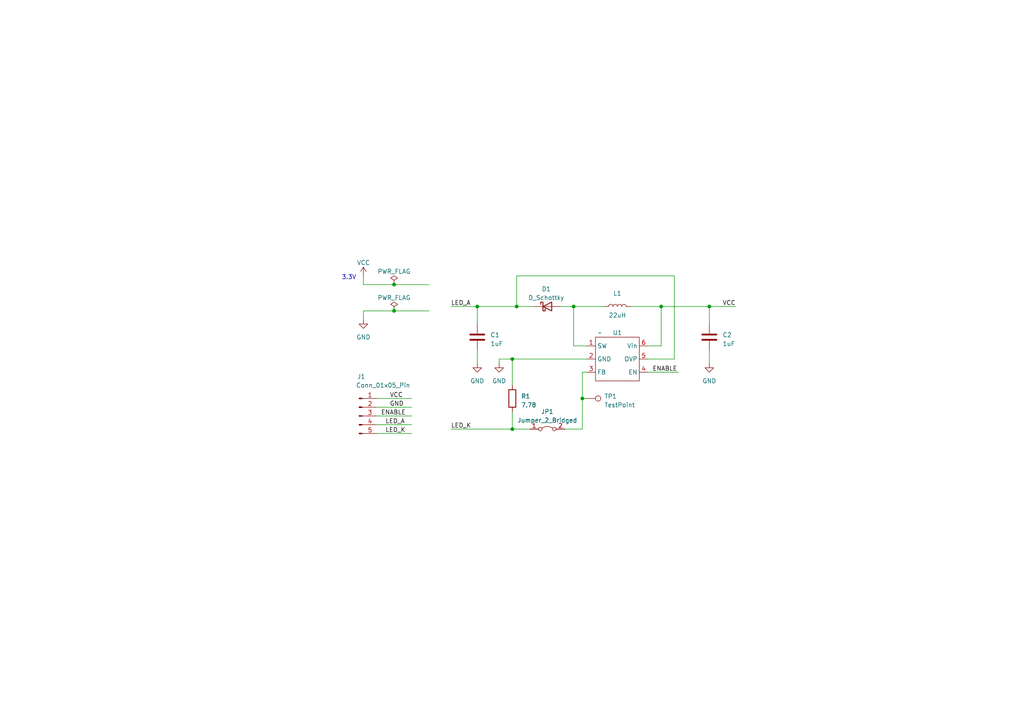
<source format=kicad_sch>
(kicad_sch (version 20230121) (generator eeschema)
  (paper "A4")
  (lib_symbols
    (symbol "Connector:Conn_01x05_Pin" (pin_names (offset 1.016) hide)
      (property "Reference" "J" (at 0 7.62 0))
      (property "Value" "Conn_01x05_Pin" (at 0 -7.62 0))
      (symbol "Conn_01x05_Pin_1_1"
        (polyline (pts (xy 1.27 -5.08) (xy 0.8636 -5.08)) (stroke (width 0.1524)))
        (polyline (pts (xy 1.27 -2.54) (xy 0.8636 -2.54)) (stroke (width 0.1524)))
        (polyline (pts (xy 1.27 0) (xy 0.8636 0)) (stroke (width 0.1524)))
        (polyline (pts (xy 1.27 2.54) (xy 0.8636 2.54)) (stroke (width 0.1524)))
        (polyline (pts (xy 1.27 5.08) (xy 0.8636 5.08)) (stroke (width 0.1524)))
        (rectangle (start 0.8636 -4.953) (end 0 -5.207) (stroke (width 0.1524)) (fill (type outline)))
        (rectangle (start 0.8636 -2.413) (end 0 -2.667) (stroke (width 0.1524)) (fill (type outline)))
        (rectangle (start 0.8636 0.127) (end 0 -0.127) (stroke (width 0.1524)) (fill (type outline)))
        (rectangle (start 0.8636 2.667) (end 0 2.413) (stroke (width 0.1524)) (fill (type outline)))
        (rectangle (start 0.8636 5.207) (end 0 4.953) (stroke (width 0.1524)) (fill (type outline)))
        (pin passive line (at 5.08 5.08 180) (length 3.81) (name "Pin_1") (number "1"))
        (pin passive line (at 5.08 2.54 180) (length 3.81) (name "Pin_2") (number "2"))
        (pin passive line (at 5.08 0 180) (length 3.81) (name "Pin_3") (number "3"))
        (pin passive line (at 5.08 -2.54 180) (length 3.81) (name "Pin_4") (number "4"))
        (pin passive line (at 5.08 -5.08 180) (length 3.81) (name "Pin_5") (number "5"))
      )
    )
    (symbol "Connector:TestPoint" (pin_numbers hide) (pin_names (offset 0.762) hide)
      (property "Reference" "TP" (at 0 6.858 0))
      (property "Value" "TestPoint" (at 0 5.08 0))
      (symbol "TestPoint_0_1"
        (circle (center 0 3.302) (radius 0.762))
      )
      (symbol "TestPoint_1_1"
        (pin passive line (at 0 0 90) (length 2.54) (name "1") (number "1"))
      )
    )
    (symbol "Device:C" (pin_numbers hide) (pin_names (offset 0.254))
      (property "Reference" "C" (at 0.635 2.54 0))
      (property "Value" "C" (at 0.635 -2.54 0))
      (symbol "C_0_1"
        (polyline (pts (xy -2.032 -0.762) (xy 2.032 -0.762)) (stroke (width 0.508)))
        (polyline (pts (xy -2.032 0.762) (xy 2.032 0.762)) (stroke (width 0.508)))
      )
      (symbol "C_1_1"
        (pin passive line (at 0 3.81 270) (length 2.794) (name "~") (number "1"))
        (pin passive line (at 0 -3.81 90) (length 2.794) (name "~") (number "2"))
      )
    )
    (symbol "Device:D_Schottky" (pin_numbers hide) (pin_names (offset 1.016) hide)
      (property "Reference" "D" (at 0 2.54 0))
      (property "Value" "D_Schottky" (at 0 -2.54 0))
      (symbol "D_Schottky_0_1"
        (polyline (pts (xy 1.27 0) (xy -1.27 0)))
        (polyline (pts (xy 1.27 1.27) (xy 1.27 -1.27) (xy -1.27 0) (xy 1.27 1.27)) (stroke (width 0.254)))
        (polyline (pts (xy -1.905 0.635) (xy -1.905 1.27) (xy -1.27 1.27) (xy -1.27 -1.27) (xy -0.635 -1.27) (xy -0.635 -0.635)) (stroke (width 0.254)))
      )
      (symbol "D_Schottky_1_1"
        (pin passive line (at -3.81 0 0) (length 2.54) (name "K") (number "1"))
        (pin passive line (at 3.81 0 180) (length 2.54) (name "A") (number "2"))
      )
    )
    (symbol "Device:L" (pin_numbers hide) (pin_names (offset 1.016) hide)
      (property "Reference" "L" (at -1.27 0 90))
      (property "Value" "L" (at 1.905 0 90))
      (symbol "L_0_1"
        (arc (start 0 -2.54) (mid 0.6323 -1.905) (end 0 -1.27))
        (arc (start 0 -1.27) (mid 0.6323 -0.635) (end 0 0))
        (arc (start 0 0) (mid 0.6323 0.635) (end 0 1.27))
        (arc (start 0 1.27) (mid 0.6323 1.905) (end 0 2.54))
      )
      (symbol "L_1_1"
        (pin passive line (at 0 3.81 270) (length 1.27) (name "1") (number "1"))
        (pin passive line (at 0 -3.81 90) (length 1.27) (name "2") (number "2"))
      )
    )
    (symbol "Device:R" (pin_numbers hide) (pin_names (offset 0))
      (property "Reference" "R" (at 2.032 0 90))
      (property "Value" "R" (at 0 0 90))
      (symbol "R_0_1"
        (rectangle (start -1.016 -2.54) (end 1.016 2.54) (stroke (width 0.254)))
      )
      (symbol "R_1_1"
        (pin passive line (at 0 3.81 270) (length 1.27) (name "~") (number "1"))
        (pin passive line (at 0 -3.81 90) (length 1.27) (name "~") (number "2"))
      )
    )
    (symbol "Jumper:Jumper_2_Bridged" (pin_names (offset 0) hide)
      (property "Reference" "JP" (at 0 1.905 0))
      (property "Value" "Jumper_2_Bridged" (at 0 -2.54 0))
      (symbol "Jumper_2_Bridged_0_0"
        (circle (center -2.032 0) (radius 0.508))
        (circle (center 2.032 0) (radius 0.508))
      )
      (symbol "Jumper_2_Bridged_0_1"
        (arc (start 1.524 0.254) (mid 0 0.762) (end -1.524 0.254))
      )
      (symbol "Jumper_2_Bridged_1_1"
        (pin passive line (at -5.08 0 0) (length 2.54) (name "A") (number "1"))
        (pin passive line (at 5.08 0 180) (length 2.54) (name "B") (number "2"))
      )
    )
    (symbol "power:GND" (power) (pin_names (offset 0))
      (property "Value" "GND" (at 0 -3.81 0))
      (symbol "GND_0_1"
        (polyline (pts (xy 0 0) (xy 0 -1.27) (xy 1.27 -1.27) (xy 0 -2.54) (xy -1.27 -1.27) (xy 0 -1.27)))
      )
      (symbol "GND_1_1"
        (pin power_in line (at 0 0 270) (length 0) hide (name "GND") (number "1"))
      )
    )
    (symbol "power:PWR_FLAG" (power) (pin_numbers hide) (pin_names (offset 0) hide)
      (property "Value" "PWR_FLAG" (at 0 3.81 0))
      (symbol "PWR_FLAG_0_0"
        (pin power_out line (at 0 0 90) (length 0) (name "pwr") (number "1"))
      )
      (symbol "PWR_FLAG_0_1"
        (polyline (pts (xy 0 0) (xy 0 1.27) (xy -1.016 1.905) (xy 0 2.54) (xy 1.016 1.905) (xy 0 1.27)))
      )
    )
    (symbol "power:VCC" (power) (pin_names (offset 0))
      (property "Value" "VCC" (at 0 3.81 0))
      (symbol "VCC_0_1"
        (polyline (pts (xy -0.762 1.27) (xy 0 2.54)))
        (polyline (pts (xy 0 0) (xy 0 2.54)))
        (polyline (pts (xy 0 2.54) (xy 0.762 1.27)))
      )
      (symbol "VCC_1_1"
        (pin power_in line (at 0 0 90) (length 0) hide (name "VCC") (number "1"))
      )
    )
    (symbol "project:ap5726"
      (property "Reference" "U" (at 0 0 0))
      (symbol "ap5726_0_1"
        (rectangle (start -1.27 -1.27) (end 11.43 -13.97))
      )
      (symbol "ap5726_1_1"
        (pin input line (at -3.81 -3.81 0) (length 2.54) (name "SW") (number "1"))
        (pin power_in line (at -3.81 -7.62 0) (length 2.54) (name "GND") (number "2"))
        (pin input line (at -3.81 -11.43 0) (length 2.54) (name "FB") (number "3"))
        (pin input line (at 13.97 -11.43 180) (length 2.54) (name "EN") (number "4"))
        (pin input line (at 13.97 -7.62 180) (length 2.54) (name "OVP") (number "5"))
        (pin power_in line (at 13.97 -3.81 180) (length 2.54) (name "Vin") (number "6"))
      )
    )
  )
  (junction (at 114.3 90.17))
  (junction (at 149.86 88.9))
  (junction (at 205.74 88.9))
  (junction (at 114.3 82.55))
  (junction (at 148.59 104.14))
  (junction (at 138.43 88.9))
  (junction (at 168.91 115.57))
  (junction (at 148.59 124.46))
  (junction (at 191.77 88.9))
  (junction (at 166.37 88.9))
  (wire (pts (xy 187.96 104.14) (xy 195.58 104.14)))
  (wire (pts (xy 166.37 88.9) (xy 175.26 88.9)))
  (wire (pts (xy 109.22 125.73) (xy 119.38 125.73)))
  (wire (pts (xy 195.58 80.01) (xy 149.86 80.01)))
  (wire (pts (xy 109.22 120.65) (xy 119.38 120.65)))
  (wire (pts (xy 130.81 124.46) (xy 148.59 124.46)))
  (wire (pts (xy 105.41 92.71) (xy 105.41 90.17)))
  (wire (pts (xy 105.41 82.55) (xy 114.3 82.55)))
  (wire (pts (xy 191.77 88.9) (xy 205.74 88.9)))
  (wire (pts (xy 109.22 115.57) (xy 119.38 115.57)))
  (wire (pts (xy 105.41 90.17) (xy 114.3 90.17)))
  (wire (pts (xy 168.91 115.57) (xy 168.91 124.46)))
  (wire (pts (xy 138.43 88.9) (xy 138.43 93.98)))
  (wire (pts (xy 138.43 101.6) (xy 138.43 105.41)))
  (wire (pts (xy 166.37 88.9) (xy 166.37 100.33)))
  (wire (pts (xy 170.18 107.95) (xy 168.91 107.95)))
  (wire (pts (xy 144.78 104.14) (xy 148.59 104.14)))
  (wire (pts (xy 182.88 88.9) (xy 191.77 88.9)))
  (wire (pts (xy 191.77 100.33) (xy 191.77 88.9)))
  (wire (pts (xy 114.3 82.55) (xy 124.46 82.55)))
  (wire (pts (xy 195.58 104.14) (xy 195.58 80.01)))
  (wire (pts (xy 109.22 118.11) (xy 119.38 118.11)))
  (wire (pts (xy 109.22 123.19) (xy 119.38 123.19)))
  (wire (pts (xy 144.78 104.14) (xy 144.78 105.41)))
  (wire (pts (xy 187.96 107.95) (xy 196.85 107.95)))
  (wire (pts (xy 148.59 124.46) (xy 153.67 124.46)))
  (wire (pts (xy 170.18 100.33) (xy 166.37 100.33)))
  (wire (pts (xy 168.91 107.95) (xy 168.91 115.57)))
  (wire (pts (xy 148.59 104.14) (xy 170.18 104.14)))
  (wire (pts (xy 205.74 101.6) (xy 205.74 105.41)))
  (wire (pts (xy 138.43 88.9) (xy 149.86 88.9)))
  (wire (pts (xy 105.41 80.01) (xy 105.41 82.55)))
  (wire (pts (xy 148.59 104.14) (xy 148.59 111.76)))
  (wire (pts (xy 205.74 88.9) (xy 213.36 88.9)))
  (wire (pts (xy 205.74 88.9) (xy 205.74 93.98)))
  (wire (pts (xy 163.83 124.46) (xy 168.91 124.46)))
  (wire (pts (xy 114.3 90.17) (xy 114.3 88.9)))
  (wire (pts (xy 148.59 119.38) (xy 148.59 124.46)))
  (wire (pts (xy 114.3 90.17) (xy 124.46 90.17)))
  (wire (pts (xy 162.56 88.9) (xy 166.37 88.9)))
  (wire (pts (xy 149.86 80.01) (xy 149.86 88.9)))
  (wire (pts (xy 187.96 100.33) (xy 191.77 100.33)))
  (wire (pts (xy 168.91 115.57) (xy 170.18 115.57)))
  (wire (pts (xy 130.81 88.9) (xy 138.43 88.9)))
  (wire (pts (xy 149.86 88.9) (xy 154.94 88.9)))
  (text "3.3V" (at 99.06 81.28 0) (effects (font (size 1.27 1.27)) (justify left bottom)))
  (label "ENABLE" (at 189.23 107.95 0))
  (label "ENABLE" (at 110.49 120.65 0))
  (label "LED_A" (at 130.81 88.9 0))
  (label "VCC" (at 113.03 115.57 0))
  (label "VCC" (at 209.55 88.9 0))
  (label "LED_K" (at 130.81 124.46 0))
  (label "LED_A" (at 111.76 123.19 0))
  (label "LED_K" (at 111.76 125.73 0))
  (label "GND" (at 113.03 118.11 0))
  (symbol (lib_id "Device:D_Schottky") (at 158.75 88.9 0) (unit 1)
    (property "Reference" "D1" (at 158.4325 83.82 0))
    (property "Value" "D_Schottky" (at 158.4325 86.36 0))
    (property "Footprint" "Diode_SMD:D_SOD-123" (effects hide))
  )
  (symbol (lib_id "power:GND") (at 138.43 105.41 0) (unit 1)
    (property "Reference" "#PWR08" (effects hide))
    (property "Value" "GND" (at 138.43 110.49 0))
  )
  (symbol (lib_id "Device:L") (at 179.07 88.9 90) (unit 1)
    (property "Reference" "L1" (at 179.07 85.09 90))
    (property "Value" "22uH" (at 179.07 91.44 90))
    (property "Footprint" "project:lqh44pn220mprl" (effects hide))
  )
  (symbol (lib_id "Device:C") (at 138.43 97.79 0) (unit 1)
    (property "Reference" "C1" (at 142.24 97.155 0) (effects (justify left)))
    (property "Value" "1uF" (at 142.24 99.695 0) (effects (justify left)))
    (property "Footprint" "Capacitor_SMD:C_0805_2012Metric" (effects hide))
  )
  (symbol (lib_id "power:GND") (at 105.41 92.71 0) (unit 1)
    (property "Reference" "#PWR03" (effects hide))
    (property "Value" "GND" (at 105.41 97.79 0))
  )
  (symbol (lib_id "power:GND") (at 144.78 105.41 0) (unit 1)
    (property "Reference" "#PWR09" (effects hide))
    (property "Value" "GND" (at 144.78 110.49 0))
  )
  (symbol (lib_id "Connector:TestPoint") (at 170.18 115.57 270) (unit 1)
    (property "Reference" "TP1" (at 175.26 114.935 90) (effects (justify left)))
    (property "Value" "TestPoint" (at 175.26 117.475 90) (effects (justify left)))
    (property "Footprint" "TestPoint:TestPoint_THTPad_D2.0mm_Drill1.0mm" (effects hide))
  )
  (symbol (lib_id "Jumper:Jumper_2_Bridged") (at 158.75 124.46 0) (unit 1)
    (property "Reference" "JP1" (at 158.75 119.38 0))
    (property "Value" "Jumper_2_Bridged" (at 158.75 121.92 0))
    (property "Footprint" "Connector_PinHeader_2.54mm:PinHeader_1x02_P2.54mm_Vertical" (effects hide))
  )
  (symbol (lib_id "project:ap5726") (at 173.99 96.52 0) (unit 1)
    (property "Reference" "U1" (at 179.07 96.52 0))
    (property "Value" "~" (at 173.99 96.52 0))
    (property "Footprint" "project:ap5726-sot26" (effects hide))
  )
  (symbol (lib_id "power:PWR_FLAG") (at 114.3 90.17 0) (unit 1)
    (property "Reference" "#FLG02" (effects hide))
    (property "Value" "PWR_FLAG" (at 114.3 86.36 0))
  )
  (symbol (lib_id "Device:R") (at 148.59 115.57 0) (unit 1)
    (property "Reference" "R1" (at 151.13 114.935 0) (effects (justify left)))
    (property "Value" "7.78" (at 151.13 117.475 0) (effects (justify left)))
    (property "Footprint" "Resistor_SMD:R_0805_2012Metric" (effects hide))
  )
  (symbol (lib_id "power:VCC") (at 105.41 80.01 0) (unit 1)
    (property "Reference" "#PWR04" (effects hide))
    (property "Value" "VCC" (at 105.41 76.2 0))
  )
  (symbol (lib_id "power:PWR_FLAG") (at 114.3 82.55 0) (unit 1)
    (property "Reference" "#FLG01" (effects hide))
    (property "Value" "PWR_FLAG" (at 114.3 78.74 0))
  )
  (symbol (lib_id "power:GND") (at 205.74 105.41 0) (unit 1)
    (property "Reference" "#PWR02" (effects hide))
    (property "Value" "GND" (at 205.74 110.49 0))
  )
  (symbol (lib_id "Device:C") (at 205.74 97.79 0) (unit 1)
    (property "Reference" "C2" (at 209.55 97.155 0) (effects (justify left)))
    (property "Value" "1uF" (at 209.55 99.695 0) (effects (justify left)))
    (property "Footprint" "Capacitor_SMD:C_0805_2012Metric" (effects hide))
  )
  (symbol (lib_id "Connector:Conn_01x05_Pin") (at 104.14 120.65 0) (unit 1)
    (property "Reference" "J1" (at 104.775 109.22 0))
    (property "Value" "Conn_01x05_Pin" (at 111.125 111.76 0))
    (property "Footprint" "Connector_PinHeader_2.54mm:PinHeader_1x05_P2.54mm_Vertical" (effects hide))
  )
)
</source>
